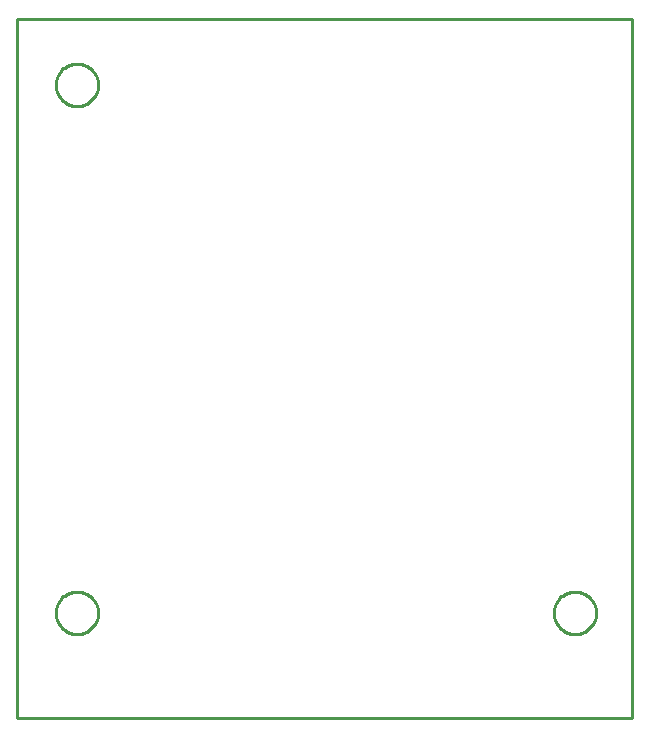
<source format=gbr>
G04 EAGLE Gerber RS-274X export*
G75*
%MOMM*%
%FSLAX34Y34*%
%LPD*%
%IN*%
%IPPOS*%
%AMOC8*
5,1,8,0,0,1.08239X$1,22.5*%
G01*
%ADD10C,0.254000*%


D10*
X25400Y0D02*
X546100Y0D01*
X546100Y591820D01*
X25400Y591820D01*
X25400Y0D01*
X515840Y88311D02*
X515763Y87135D01*
X515609Y85966D01*
X515379Y84810D01*
X515074Y83672D01*
X514695Y82556D01*
X514244Y81467D01*
X513723Y80410D01*
X513134Y79390D01*
X512479Y78410D01*
X511762Y77475D01*
X510985Y76589D01*
X510151Y75755D01*
X509265Y74978D01*
X508330Y74261D01*
X507350Y73606D01*
X506330Y73017D01*
X505273Y72496D01*
X504184Y72045D01*
X503068Y71666D01*
X501930Y71361D01*
X500774Y71131D01*
X499605Y70977D01*
X498429Y70900D01*
X497251Y70900D01*
X496075Y70977D01*
X494906Y71131D01*
X493750Y71361D01*
X492612Y71666D01*
X491496Y72045D01*
X490407Y72496D01*
X489350Y73017D01*
X488330Y73606D01*
X487350Y74261D01*
X486415Y74978D01*
X485529Y75755D01*
X484695Y76589D01*
X483918Y77475D01*
X483201Y78410D01*
X482546Y79390D01*
X481957Y80410D01*
X481436Y81467D01*
X480985Y82556D01*
X480606Y83672D01*
X480301Y84810D01*
X480071Y85966D01*
X479917Y87135D01*
X479840Y88311D01*
X479840Y89489D01*
X479917Y90665D01*
X480071Y91834D01*
X480301Y92990D01*
X480606Y94128D01*
X480985Y95244D01*
X481436Y96333D01*
X481957Y97390D01*
X482546Y98410D01*
X483201Y99390D01*
X483918Y100325D01*
X484695Y101211D01*
X485529Y102045D01*
X486415Y102822D01*
X487350Y103539D01*
X488330Y104194D01*
X489350Y104783D01*
X490407Y105304D01*
X491496Y105755D01*
X492612Y106134D01*
X493750Y106439D01*
X494906Y106669D01*
X496075Y106823D01*
X497251Y106900D01*
X498429Y106900D01*
X499605Y106823D01*
X500774Y106669D01*
X501930Y106439D01*
X503068Y106134D01*
X504184Y105755D01*
X505273Y105304D01*
X506330Y104783D01*
X507350Y104194D01*
X508330Y103539D01*
X509265Y102822D01*
X510151Y102045D01*
X510985Y101211D01*
X511762Y100325D01*
X512479Y99390D01*
X513134Y98410D01*
X513723Y97390D01*
X514244Y96333D01*
X514695Y95244D01*
X515074Y94128D01*
X515379Y92990D01*
X515609Y91834D01*
X515763Y90665D01*
X515840Y89489D01*
X515840Y88311D01*
X94200Y88311D02*
X94123Y87135D01*
X93969Y85966D01*
X93739Y84810D01*
X93434Y83672D01*
X93055Y82556D01*
X92604Y81467D01*
X92083Y80410D01*
X91494Y79390D01*
X90839Y78410D01*
X90122Y77475D01*
X89345Y76589D01*
X88511Y75755D01*
X87625Y74978D01*
X86690Y74261D01*
X85710Y73606D01*
X84690Y73017D01*
X83633Y72496D01*
X82544Y72045D01*
X81428Y71666D01*
X80290Y71361D01*
X79134Y71131D01*
X77965Y70977D01*
X76789Y70900D01*
X75611Y70900D01*
X74435Y70977D01*
X73266Y71131D01*
X72110Y71361D01*
X70972Y71666D01*
X69856Y72045D01*
X68767Y72496D01*
X67710Y73017D01*
X66690Y73606D01*
X65710Y74261D01*
X64775Y74978D01*
X63889Y75755D01*
X63055Y76589D01*
X62278Y77475D01*
X61561Y78410D01*
X60906Y79390D01*
X60317Y80410D01*
X59796Y81467D01*
X59345Y82556D01*
X58966Y83672D01*
X58661Y84810D01*
X58431Y85966D01*
X58277Y87135D01*
X58200Y88311D01*
X58200Y89489D01*
X58277Y90665D01*
X58431Y91834D01*
X58661Y92990D01*
X58966Y94128D01*
X59345Y95244D01*
X59796Y96333D01*
X60317Y97390D01*
X60906Y98410D01*
X61561Y99390D01*
X62278Y100325D01*
X63055Y101211D01*
X63889Y102045D01*
X64775Y102822D01*
X65710Y103539D01*
X66690Y104194D01*
X67710Y104783D01*
X68767Y105304D01*
X69856Y105755D01*
X70972Y106134D01*
X72110Y106439D01*
X73266Y106669D01*
X74435Y106823D01*
X75611Y106900D01*
X76789Y106900D01*
X77965Y106823D01*
X79134Y106669D01*
X80290Y106439D01*
X81428Y106134D01*
X82544Y105755D01*
X83633Y105304D01*
X84690Y104783D01*
X85710Y104194D01*
X86690Y103539D01*
X87625Y102822D01*
X88511Y102045D01*
X89345Y101211D01*
X90122Y100325D01*
X90839Y99390D01*
X91494Y98410D01*
X92083Y97390D01*
X92604Y96333D01*
X93055Y95244D01*
X93434Y94128D01*
X93739Y92990D01*
X93969Y91834D01*
X94123Y90665D01*
X94200Y89489D01*
X94200Y88311D01*
X94200Y535351D02*
X94123Y534175D01*
X93969Y533006D01*
X93739Y531850D01*
X93434Y530712D01*
X93055Y529596D01*
X92604Y528507D01*
X92083Y527450D01*
X91494Y526430D01*
X90839Y525450D01*
X90122Y524515D01*
X89345Y523629D01*
X88511Y522795D01*
X87625Y522018D01*
X86690Y521301D01*
X85710Y520646D01*
X84690Y520057D01*
X83633Y519536D01*
X82544Y519085D01*
X81428Y518706D01*
X80290Y518401D01*
X79134Y518171D01*
X77965Y518017D01*
X76789Y517940D01*
X75611Y517940D01*
X74435Y518017D01*
X73266Y518171D01*
X72110Y518401D01*
X70972Y518706D01*
X69856Y519085D01*
X68767Y519536D01*
X67710Y520057D01*
X66690Y520646D01*
X65710Y521301D01*
X64775Y522018D01*
X63889Y522795D01*
X63055Y523629D01*
X62278Y524515D01*
X61561Y525450D01*
X60906Y526430D01*
X60317Y527450D01*
X59796Y528507D01*
X59345Y529596D01*
X58966Y530712D01*
X58661Y531850D01*
X58431Y533006D01*
X58277Y534175D01*
X58200Y535351D01*
X58200Y536529D01*
X58277Y537705D01*
X58431Y538874D01*
X58661Y540030D01*
X58966Y541168D01*
X59345Y542284D01*
X59796Y543373D01*
X60317Y544430D01*
X60906Y545450D01*
X61561Y546430D01*
X62278Y547365D01*
X63055Y548251D01*
X63889Y549085D01*
X64775Y549862D01*
X65710Y550579D01*
X66690Y551234D01*
X67710Y551823D01*
X68767Y552344D01*
X69856Y552795D01*
X70972Y553174D01*
X72110Y553479D01*
X73266Y553709D01*
X74435Y553863D01*
X75611Y553940D01*
X76789Y553940D01*
X77965Y553863D01*
X79134Y553709D01*
X80290Y553479D01*
X81428Y553174D01*
X82544Y552795D01*
X83633Y552344D01*
X84690Y551823D01*
X85710Y551234D01*
X86690Y550579D01*
X87625Y549862D01*
X88511Y549085D01*
X89345Y548251D01*
X90122Y547365D01*
X90839Y546430D01*
X91494Y545450D01*
X92083Y544430D01*
X92604Y543373D01*
X93055Y542284D01*
X93434Y541168D01*
X93739Y540030D01*
X93969Y538874D01*
X94123Y537705D01*
X94200Y536529D01*
X94200Y535351D01*
M02*

</source>
